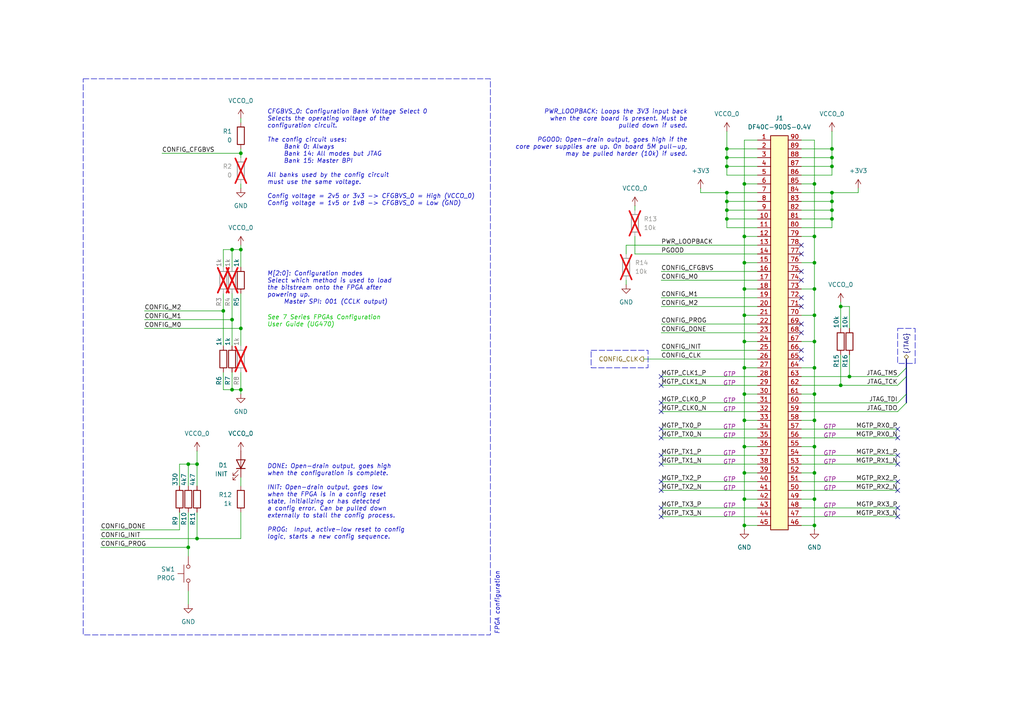
<source format=kicad_sch>
(kicad_sch (version 20250114) (generator "eeschema") (generator_version "9.0")
  (paper "A4")
  (title_block (title "nuku.carrier.template.basic") (date "2025-06-28") (rev "0") (company "Samuel López Asunción") (comment 1 "@supersmau"))
  (lib_symbols
    (symbol "Device:LED" (pin_numbers (hide yes)) (pin_names (offset 1.016) (hide yes))
      (property "Reference" "D" (at 0 2.54 0))
      (property "Value" "LED" (at 0 -2.54 0))
      (symbol "LED_0_1"
        (polyline (pts (xy -3.048 -0.762) (xy -4.572 -2.286) (xy -3.81 -2.286) (xy -4.572 -2.286) (xy -4.572 -1.524)))
        (polyline (pts (xy -1.778 -0.762) (xy -3.302 -2.286) (xy -2.54 -2.286) (xy -3.302 -2.286) (xy -3.302 -1.524)))
        (polyline (pts (xy -1.27 0) (xy 1.27 0)))
        (polyline (pts (xy -1.27 -1.27) (xy -1.27 1.27)) (stroke (width 0.254)))
        (polyline (pts (xy 1.27 -1.27) (xy 1.27 1.27) (xy -1.27 0) (xy 1.27 -1.27)) (stroke (width 0.254)))
      )
      (symbol "LED_1_1"
        (pin passive line (at -3.81 0 0) (length 2.54) (name "K") (number "1"))
        (pin passive line (at 3.81 0 180) (length 2.54) (name "A") (number "2"))
      )
    )
    (symbol "Device:R" (pin_numbers (hide yes)) (pin_names (offset 0))
      (property "Reference" "R" (at 2.032 0 90))
      (property "Value" "R" (at 0 0 90))
      (symbol "R_0_1"
        (rectangle (start -1.016 -2.54) (end 1.016 2.54) (stroke (width 0.254)))
      )
      (symbol "R_1_1"
        (pin passive line (at 0 3.81 270) (length 1.27) (name "~") (number "1"))
        (pin passive line (at 0 -3.81 90) (length 1.27) (name "~") (number "2"))
      )
    )
    (symbol "Switch:SW_Push" (pin_numbers (hide yes)) (pin_names (offset 1.016) (hide yes))
      (property "Reference" "SW" (at 1.27 2.54 0))
      (property "Value" "SW_Push" (at 0 -1.524 0))
      (symbol "SW_Push_0_1"
        (circle (center -2.032 0) (radius 0.508))
        (polyline (pts (xy 0 1.27) (xy 0 3.048)))
        (circle (center 2.032 0) (radius 0.508))
        (polyline (pts (xy 2.54 1.27) (xy -2.54 1.27)))
        (pin passive line (at -5.08 0 0) (length 2.54) (name "1") (number "1"))
        (pin passive line (at 5.08 0 180) (length 2.54) (name "2") (number "2"))
      )
    )
    (symbol "nuku:DF40C-90DS-0.4V"
      (property "Reference" "J" (at 0 3.81 0))
      (property "Value" "DF40C-90DS-0.4V" (at 0 1.27 0))
      (symbol "DF40C-90DS-0.4V_0_1"
        (rectangle (start 0 0) (end 5.08 -114.3) (stroke (width 0.254)) (fill (type background)))
      )
      (symbol "DF40C-90DS-0.4V_1_1"
        (pin passive line (at -3.81 -1.27 0) (length 3.81) (name "") (number "1"))
        (pin passive line (at -3.81 -3.81 0) (length 3.81) (name "") (number "2"))
        (pin passive line (at -3.81 -6.35 0) (length 3.81) (name "") (number "3"))
        (pin passive line (at -3.81 -8.89 0) (length 3.81) (name "") (number "4"))
        (pin passive line (at -3.81 -11.43 0) (length 3.81) (name "") (number "5"))
        (pin passive line (at -3.81 -13.97 0) (length 3.81) (name "") (number "6"))
        (pin passive line (at -3.81 -16.51 0) (length 3.81) (name "") (number "7"))
        (pin passive line (at -3.81 -19.05 0) (length 3.81) (name "") (number "8"))
        (pin passive line (at -3.81 -21.59 0) (length 3.81) (name "") (number "9"))
        (pin passive line (at -3.81 -24.13 0) (length 3.81) (name "") (number "10"))
        (pin passive line (at -3.81 -26.67 0) (length 3.81) (name "") (number "11"))
        (pin passive line (at -3.81 -29.21 0) (length 3.81) (name "") (number "12"))
        (pin passive line (at -3.81 -31.75 0) (length 3.81) (name "") (number "13"))
        (pin passive line (at -3.81 -34.29 0) (length 3.81) (name "") (number "14"))
        (pin passive line (at -3.81 -36.83 0) (length 3.81) (name "") (number "15"))
        (pin passive line (at -3.81 -39.37 0) (length 3.81) (name "") (number "16"))
        (pin passive line (at -3.81 -41.91 0) (length 3.81) (name "") (number "17"))
        (pin passive line (at -3.81 -44.45 0) (length 3.81) (name "") (number "18"))
        (pin passive line (at -3.81 -46.99 0) (length 3.81) (name "") (number "19"))
        (pin passive line (at -3.81 -49.53 0) (length 3.81) (name "") (number "20"))
        (pin passive line (at -3.81 -52.07 0) (length 3.81) (name "") (number "21"))
        (pin passive line (at -3.81 -54.61 0) (length 3.81) (name "") (number "22"))
        (pin passive line (at -3.81 -57.15 0) (length 3.81) (name "") (number "23"))
        (pin passive line (at -3.81 -59.69 0) (length 3.81) (name "") (number "24"))
        (pin passive line (at -3.81 -62.23 0) (length 3.81) (name "") (number "25"))
        (pin passive line (at -3.81 -64.77 0) (length 3.81) (name "") (number "26"))
        (pin passive line (at -3.81 -67.31 0) (length 3.81) (name "") (number "27"))
        (pin passive line (at -3.81 -69.85 0) (length 3.81) (name "") (number "28"))
        (pin passive line (at -3.81 -72.39 0) (length 3.81) (name "") (number "29"))
        (pin passive line (at -3.81 -74.93 0) (length 3.81) (name "") (number "30"))
        (pin passive line (at -3.81 -77.47 0) (length 3.81) (name "") (number "31"))
        (pin passive line (at -3.81 -80.01 0) (length 3.81) (name "") (number "32"))
        (pin passive line (at -3.81 -82.55 0) (length 3.81) (name "") (number "33"))
        (pin passive line (at -3.81 -85.09 0) (length 3.81) (name "") (number "34"))
        (pin passive line (at -3.81 -87.63 0) (length 3.81) (name "") (number "35"))
        (pin passive line (at -3.81 -90.17 0) (length 3.81) (name "") (number "36"))
        (pin passive line (at -3.81 -92.71 0) (length 3.81) (name "") (number "37"))
        (pin passive line (at -3.81 -95.25 0) (length 3.81) (name "") (number "38"))
        (pin passive line (at -3.81 -97.79 0) (length 3.81) (name "") (number "39"))
        (pin passive line (at -3.81 -100.33 0) (length 3.81) (name "") (number "40"))
        (pin passive line (at -3.81 -102.87 0) (length 3.81) (name "") (number "41"))
        (pin passive line (at -3.81 -105.41 0) (length 3.81) (name "") (number "42"))
        (pin passive line (at -3.81 -107.95 0) (length 3.81) (name "") (number "43"))
        (pin passive line (at -3.81 -110.49 0) (length 3.81) (name "") (number "44"))
        (pin passive line (at -3.81 -113.03 0) (length 3.81) (name "") (number "45"))
        (pin passive line (at 8.89 -1.27 180) (length 3.81) (name "") (number "90"))
        (pin passive line (at 8.89 -3.81 180) (length 3.81) (name "") (number "89"))
        (pin passive line (at 8.89 -6.35 180) (length 3.81) (name "") (number "88"))
        (pin passive line (at 8.89 -8.89 180) (length 3.81) (name "") (number "87"))
        (pin passive line (at 8.89 -11.43 180) (length 3.81) (name "") (number "86"))
        (pin passive line (at 8.89 -13.97 180) (length 3.81) (name "") (number "85"))
        (pin passive line (at 8.89 -16.51 180) (length 3.81) (name "") (number "84"))
        (pin passive line (at 8.89 -19.05 180) (length 3.81) (name "") (number "83"))
        (pin passive line (at 8.89 -21.59 180) (length 3.81) (name "") (number "82"))
        (pin passive line (at 8.89 -24.13 180) (length 3.81) (name "") (number "81"))
        (pin passive line (at 8.89 -26.67 180) (length 3.81) (name "") (number "80"))
        (pin passive line (at 8.89 -29.21 180) (length 3.81) (name "") (number "79"))
        (pin passive line (at 8.89 -31.75 180) (length 3.81) (name "") (number "78"))
        (pin passive line (at 8.89 -34.29 180) (length 3.81) (name "") (number "77"))
        (pin passive line (at 8.89 -36.83 180) (length 3.81) (name "") (number "76"))
        (pin passive line (at 8.89 -39.37 180) (length 3.81) (name "") (number "75"))
        (pin passive line (at 8.89 -41.91 180) (length 3.81) (name "") (number "74"))
        (pin passive line (at 8.89 -44.45 180) (length 3.81) (name "") (number "73"))
        (pin passive line (at 8.89 -46.99 180) (length 3.81) (name "") (number "72"))
        (pin passive line (at 8.89 -49.53 180) (length 3.81) (name "") (number "71"))
        (pin passive line (at 8.89 -52.07 180) (length 3.81) (name "") (number "70"))
        (pin passive line (at 8.89 -54.61 180) (length 3.81) (name "") (number "69"))
        (pin passive line (at 8.89 -57.15 180) (length 3.81) (name "") (number "68"))
        (pin passive line (at 8.89 -59.69 180) (length 3.81) (name "") (number "67"))
        (pin passive line (at 8.89 -62.23 180) (length 3.81) (name "") (number "66"))
        (pin passive line (at 8.89 -64.77 180) (length 3.81) (name "") (number "65"))
        (pin passive line (at 8.89 -67.31 180) (length 3.81) (name "") (number "64"))
        (pin passive line (at 8.89 -69.85 180) (length 3.81) (name "") (number "63"))
        (pin passive line (at 8.89 -72.39 180) (length 3.81) (name "") (number "62"))
        (pin passive line (at 8.89 -74.93 180) (length 3.81) (name "") (number "61"))
        (pin passive line (at 8.89 -77.47 180) (length 3.81) (name "") (number "60"))
        (pin passive line (at 8.89 -80.01 180) (length 3.81) (name "") (number "59"))
        (pin passive line (at 8.89 -82.55 180) (length 3.81) (name "") (number "58"))
        (pin passive line (at 8.89 -85.09 180) (length 3.81) (name "") (number "57"))
        (pin passive line (at 8.89 -87.63 180) (length 3.81) (name "") (number "56"))
        (pin passive line (at 8.89 -90.17 180) (length 3.81) (name "") (number "55"))
        (pin passive line (at 8.89 -92.71 180) (length 3.81) (name "") (number "54"))
        (pin passive line (at 8.89 -95.25 180) (length 3.81) (name "") (number "53"))
        (pin passive line (at 8.89 -97.79 180) (length 3.81) (name "") (number "52"))
        (pin passive line (at 8.89 -100.33 180) (length 3.81) (name "") (number "51"))
        (pin passive line (at 8.89 -102.87 180) (length 3.81) (name "") (number "50"))
        (pin passive line (at 8.89 -105.41 180) (length 3.81) (name "") (number "49"))
        (pin passive line (at 8.89 -107.95 180) (length 3.81) (name "") (number "48"))
        (pin passive line (at 8.89 -110.49 180) (length 3.81) (name "") (number "47"))
        (pin passive line (at 8.89 -113.03 180) (length 3.81) (name "") (number "46"))
      )
    )
    (symbol "power:+3V3" (power) (pin_numbers (hide yes)) (pin_names (offset 0) (hide yes))
      (property "Value" "+3V3" (at 0 3.556 0))
      (symbol "+3V3_0_1"
        (polyline (pts (xy -0.762 1.27) (xy 0 2.54)))
        (polyline (pts (xy 0 2.54) (xy 0.762 1.27)))
        (polyline (pts (xy 0 0) (xy 0 2.54)))
      )
      (symbol "+3V3_1_1"
        (pin power_in line (at 0 0 90) (length 0) (name "~") (number "1"))
      )
    )
    (symbol "power:GND" (power) (pin_numbers (hide yes)) (pin_names (offset 0) (hide yes))
      (property "Value" "GND" (at 0 -3.81 0))
      (symbol "GND_0_1"
        (polyline (pts (xy 0 0) (xy 0 -1.27) (xy 1.27 -1.27) (xy 0 -2.54) (xy -1.27 -1.27) (xy 0 -1.27)))
      )
      (symbol "GND_1_1"
        (pin power_in line (at 0 0 270) (length 0) (name "~") (number "1"))
      )
    )
    (symbol "power:VCC" (power) (pin_numbers (hide yes)) (pin_names (offset 0) (hide yes))
      (property "Value" "VCC" (at 0 3.556 0))
      (symbol "VCC_0_1"
        (polyline (pts (xy -0.762 1.27) (xy 0 2.54)))
        (polyline (pts (xy 0 2.54) (xy 0.762 1.27)))
        (polyline (pts (xy 0 0) (xy 0 2.54)))
      )
      (symbol "VCC_1_1"
        (pin power_in line (at 0 0 90) (length 0) (name "~") (number "1"))
      )
    )
  )
  (rectangle (start 24.13 22.86) (end 142.24 184.15) (stroke (width 0) (type dash)))
  (rectangle (start 171.45 101.6) (end 187.96 106.68) (stroke (width 0) (type dash)))
  (rectangle (start 260.35 95.25) (end 265.43 105.41) (stroke (width 0) (type dash)))
  (text "M[2:0]: Configuration modes\nSelect which method is used to load\nthe bitstream onto the FPGA after\npowering up.\n	Master SPI: 001 (CCLK output)" (at 77.47 78.74 0) (effects (font (size 1.27 1.27) (italic yes)) (justify left top)))
  (text "FPGA configuration" (at 143.51 184.15 90) (effects (font (size 1.27 1.27) (italic yes)) (justify left top)))
  (text "See 7 Series FPGAs Configuration\nUser Guide (UG470)" (at 77.47 91.44 0) (effects (font (size 1.27 1.27) (italic yes)) (justify left top)))
  (text "DONE: Open-drain output, goes high\nwhen the configuration is complete.\n\nINIT: Open-drain output, goes low\nwhen the FPGA is in a config reset\nstate, initializing or has detected\na config error. Can be pulled down\nexternally to stall the config process.\n\nPROG:  Input, active-low reset to config\nlogic, starts a new config sequence." (at 77.47 134.62 0) (effects (font (size 1.27 1.27) (italic yes)) (justify left top)))
  (text "CFGBVS_0: Configuration Bank Voltage Select 0\nSelects the operating voltage of the\nconfiguration circuit.\n\nThe config circuit uses:\n	Bank 0: Always\n	Bank 14: All modes but JTAG\n	Bank 15: Master BPI\n\nAll banks used by the config circuit\nmust use the same voltage.\n\nConfig voltage = 2v5 or 3v3 -> CFGBVS_0 = High (VCCO_0)\nConfig voltage = 1v5 or 1v8 -> CFGBVS_0 = Low (GND)" (at 77.47 31.75 0) (effects (font (size 1.27 1.27) (italic yes)) (justify left top)))
  (text "PWR_LOOPBACK: Loops the 3V3 input back\nwhen the core board is present. Must be\npulled down if used.\n\nPGOOD: Open-drain output, goes high if the\ncore power supplies are up. On board 5M pull-up,\nmay be pulled harder (10k) if used." (at 199.39 31.75 0) (effects (font (size 1.27 1.27) (italic yes)) (justify right top)))
  (junction (at 210.82 58.42))
  (junction (at 215.9 83.82))
  (junction (at 67.31 113.03))
  (junction (at 210.82 63.5))
  (junction (at 236.22 137.16))
  (junction (at 236.22 129.54))
  (junction (at 215.9 137.16))
  (junction (at 215.9 121.92))
  (junction (at 54.61 134.62))
  (junction (at 236.22 83.82))
  (junction (at 215.9 106.68))
  (junction (at 236.22 53.34))
  (junction (at 236.22 152.4))
  (junction (at 241.3 63.5))
  (junction (at 236.22 144.78))
  (junction (at 236.22 121.92))
  (junction (at 210.82 60.96))
  (junction (at 210.82 48.26))
  (junction (at 215.9 114.3))
  (junction (at 215.9 152.4))
  (junction (at 57.15 134.62))
  (junction (at 69.85 95.25))
  (junction (at 236.22 76.2))
  (junction (at 241.3 58.42))
  (junction (at 241.3 60.96))
  (junction (at 210.82 43.18))
  (junction (at 215.9 76.2))
  (junction (at 236.22 91.44))
  (junction (at 215.9 99.06))
  (junction (at 69.85 113.03))
  (junction (at 69.85 72.39))
  (junction (at 236.22 106.68))
  (junction (at 215.9 91.44))
  (junction (at 241.3 43.18))
  (junction (at 236.22 99.06))
  (junction (at 64.77 90.17))
  (junction (at 210.82 45.72))
  (junction (at 241.3 48.26))
  (junction (at 236.22 114.3))
  (junction (at 215.9 68.58))
  (junction (at 243.84 111.76))
  (junction (at 67.31 72.39))
  (junction (at 215.9 53.34))
  (junction (at 69.85 44.45))
  (junction (at 215.9 129.54))
  (junction (at 57.15 156.21))
  (junction (at 236.22 68.58))
  (junction (at 210.82 55.88))
  (junction (at 246.38 109.22))
  (junction (at 54.61 158.75))
  (junction (at 67.31 92.71))
  (junction (at 241.3 55.88))
  (junction (at 215.9 144.78))
  (junction (at 241.3 45.72))
  (junction (at 243.84 88.9))
  (no_connect (at 191.77 124.46))
  (no_connect (at 260.35 142.24))
  (no_connect (at 232.41 71.12))
  (no_connect (at 191.77 134.62))
  (no_connect (at 191.77 111.76))
  (no_connect (at 232.41 73.66))
  (no_connect (at 232.41 81.28))
  (no_connect (at 191.77 132.08))
  (no_connect (at 260.35 127))
  (no_connect (at 232.41 93.98))
  (no_connect (at 260.35 139.7))
  (no_connect (at 232.41 101.6))
  (no_connect (at 260.35 132.08))
  (no_connect (at 191.77 147.32))
  (no_connect (at 260.35 149.86))
  (no_connect (at 191.77 149.86))
  (no_connect (at 191.77 127))
  (no_connect (at 232.41 104.14))
  (no_connect (at 191.77 142.24))
  (no_connect (at 191.77 139.7))
  (no_connect (at 191.77 109.22))
  (no_connect (at 232.41 96.52))
  (no_connect (at 260.35 124.46))
  (no_connect (at 191.77 116.84))
  (no_connect (at 232.41 78.74))
  (no_connect (at 260.35 147.32))
  (no_connect (at 232.41 88.9))
  (no_connect (at 191.77 119.38))
  (no_connect (at 260.35 134.62))
  (no_connect (at 232.41 86.36))
  (bus_entry (at 260.35 111.76) (size 2.54 -2.54))
  (bus_entry (at 260.35 109.22) (size 2.54 -2.54))
  (bus_entry (at 260.35 119.38) (size 2.54 -2.54))
  (bus_entry (at 260.35 116.84) (size 2.54 -2.54))
  (wire (pts (xy 210.82 58.42) (xy 210.82 60.96)))
  (wire (pts (xy 236.22 129.54) (xy 232.41 129.54)))
  (wire (pts (xy 219.71 50.8) (xy 210.82 50.8)))
  (wire (pts (xy 210.82 43.18) (xy 210.82 45.72)))
  (wire (pts (xy 210.82 63.5) (xy 210.82 66.04)))
  (wire (pts (xy 210.82 48.26) (xy 219.71 48.26)))
  (wire (pts (xy 215.9 53.34) (xy 215.9 40.64)))
  (wire (pts (xy 232.41 116.84) (xy 260.35 116.84)))
  (wire (pts (xy 232.41 48.26) (xy 241.3 48.26)))
  (wire (pts (xy 232.41 50.8) (xy 241.3 50.8)))
  (wire (pts (xy 232.41 111.76) (xy 243.84 111.76)))
  (wire (pts (xy 232.41 134.62) (xy 260.35 134.62)))
  (wire (pts (xy 191.77 81.28) (xy 219.71 81.28)))
  (wire (pts (xy 232.41 119.38) (xy 260.35 119.38)))
  (wire (pts (xy 191.77 124.46) (xy 219.71 124.46)))
  (wire (pts (xy 210.82 50.8) (xy 210.82 48.26)))
  (wire (pts (xy 52.07 153.67) (xy 29.21 153.67)))
  (wire (pts (xy 232.41 132.08) (xy 260.35 132.08)))
  (wire (pts (xy 232.41 127) (xy 260.35 127)))
  (wire (pts (xy 67.31 72.39) (xy 64.77 72.39)))
  (wire (pts (xy 69.85 95.25) (xy 69.85 100.33)))
  (wire (pts (xy 57.15 134.62) (xy 57.15 140.97)))
  (wire (pts (xy 236.22 106.68) (xy 236.22 114.3)))
  (wire (pts (xy 243.84 88.9) (xy 246.38 88.9)))
  (wire (pts (xy 241.3 58.42) (xy 241.3 55.88)))
  (wire (pts (xy 210.82 63.5) (xy 219.71 63.5)))
  (wire (pts (xy 232.41 66.04) (xy 241.3 66.04)))
  (wire (pts (xy 54.61 148.59) (xy 54.61 158.75)))
  (wire (pts (xy 203.2 54.61) (xy 203.2 55.88)))
  (wire (pts (xy 246.38 109.22) (xy 246.38 102.87)))
  (bus (pts (xy 262.89 104.14) (xy 262.89 106.68)))
  (wire (pts (xy 52.07 148.59) (xy 52.07 153.67)))
  (bus (pts (xy 262.89 114.3) (xy 262.89 116.84)))
  (wire (pts (xy 236.22 76.2) (xy 232.41 76.2)))
  (wire (pts (xy 241.3 60.96) (xy 241.3 58.42)))
  (wire (pts (xy 184.15 73.66) (xy 219.71 73.66)))
  (wire (pts (xy 236.22 137.16) (xy 236.22 144.78)))
  (wire (pts (xy 232.41 106.68) (xy 236.22 106.68)))
  (wire (pts (xy 191.77 93.98) (xy 219.71 93.98)))
  (wire (pts (xy 210.82 45.72) (xy 210.82 48.26)))
  (wire (pts (xy 236.22 121.92) (xy 236.22 129.54)))
  (wire (pts (xy 215.9 129.54) (xy 219.71 129.54)))
  (wire (pts (xy 215.9 68.58) (xy 219.71 68.58)))
  (wire (pts (xy 232.41 53.34) (xy 236.22 53.34)))
  (wire (pts (xy 54.61 158.75) (xy 54.61 161.29)))
  (wire (pts (xy 215.9 114.3) (xy 215.9 121.92)))
  (wire (pts (xy 191.77 127) (xy 219.71 127)))
  (wire (pts (xy 191.77 96.52) (xy 219.71 96.52)))
  (wire (pts (xy 191.77 132.08) (xy 219.71 132.08)))
  (wire (pts (xy 215.9 137.16) (xy 219.71 137.16)))
  (wire (pts (xy 67.31 113.03) (xy 69.85 113.03)))
  (wire (pts (xy 64.77 85.09) (xy 64.77 90.17)))
  (wire (pts (xy 54.61 171.45) (xy 54.61 175.26)))
  (wire (pts (xy 210.82 60.96) (xy 210.82 63.5)))
  (wire (pts (xy 191.77 139.7) (xy 219.71 139.7)))
  (bus (pts (xy 262.89 106.68) (xy 262.89 109.22)))
  (wire (pts (xy 232.41 63.5) (xy 241.3 63.5)))
  (wire (pts (xy 236.22 121.92) (xy 232.41 121.92)))
  (wire (pts (xy 67.31 92.71) (xy 67.31 100.33)))
  (wire (pts (xy 181.61 81.28) (xy 181.61 82.55)))
  (wire (pts (xy 241.3 45.72) (xy 241.3 48.26)))
  (wire (pts (xy 191.77 134.62) (xy 219.71 134.62)))
  (wire (pts (xy 69.85 43.18) (xy 69.85 44.45)))
  (wire (pts (xy 69.85 148.59) (xy 69.85 156.21)))
  (wire (pts (xy 41.91 95.25) (xy 69.85 95.25)))
  (wire (pts (xy 191.77 149.86) (xy 219.71 149.86)))
  (wire (pts (xy 191.77 109.22) (xy 219.71 109.22)))
  (wire (pts (xy 215.9 53.34) (xy 215.9 68.58)))
  (wire (pts (xy 215.9 121.92) (xy 219.71 121.92)))
  (wire (pts (xy 67.31 85.09) (xy 67.31 92.71)))
  (wire (pts (xy 67.31 107.95) (xy 67.31 113.03)))
  (wire (pts (xy 215.9 91.44) (xy 219.71 91.44)))
  (wire (pts (xy 236.22 68.58) (xy 232.41 68.58)))
  (wire (pts (xy 184.15 73.66) (xy 184.15 68.58)))
  (wire (pts (xy 191.77 86.36) (xy 219.71 86.36)))
  (wire (pts (xy 69.85 44.45) (xy 69.85 45.72)))
  (wire (pts (xy 246.38 109.22) (xy 260.35 109.22)))
  (wire (pts (xy 232.41 43.18) (xy 241.3 43.18)))
  (wire (pts (xy 215.9 106.68) (xy 215.9 114.3)))
  (wire (pts (xy 232.41 45.72) (xy 241.3 45.72)))
  (wire (pts (xy 191.77 147.32) (xy 219.71 147.32)))
  (wire (pts (xy 236.22 114.3) (xy 232.41 114.3)))
  (wire (pts (xy 243.84 111.76) (xy 260.35 111.76)))
  (wire (pts (xy 54.61 134.62) (xy 54.61 140.97)))
  (wire (pts (xy 215.9 152.4) (xy 219.71 152.4)))
  (wire (pts (xy 41.91 92.71) (xy 67.31 92.71)))
  (wire (pts (xy 184.15 59.69) (xy 184.15 60.96)))
  (wire (pts (xy 236.22 91.44) (xy 236.22 83.82)))
  (wire (pts (xy 243.84 88.9) (xy 243.84 95.25)))
  (wire (pts (xy 52.07 134.62) (xy 52.07 140.97)))
  (wire (pts (xy 186.69 104.14) (xy 219.71 104.14)))
  (wire (pts (xy 236.22 99.06) (xy 232.41 99.06)))
  (wire (pts (xy 236.22 99.06) (xy 236.22 91.44)))
  (wire (pts (xy 64.77 90.17) (xy 64.77 100.33)))
  (wire (pts (xy 210.82 60.96) (xy 219.71 60.96)))
  (wire (pts (xy 69.85 113.03) (xy 69.85 114.3)))
  (wire (pts (xy 191.77 78.74) (xy 219.71 78.74)))
  (wire (pts (xy 236.22 40.64) (xy 236.22 53.34)))
  (wire (pts (xy 57.15 134.62) (xy 54.61 134.62)))
  (wire (pts (xy 191.77 142.24) (xy 219.71 142.24)))
  (wire (pts (xy 54.61 134.62) (xy 52.07 134.62)))
  (wire (pts (xy 210.82 66.04) (xy 219.71 66.04)))
  (wire (pts (xy 215.9 144.78) (xy 215.9 152.4)))
  (wire (pts (xy 57.15 148.59) (xy 57.15 156.21)))
  (wire (pts (xy 219.71 106.68) (xy 215.9 106.68)))
  (wire (pts (xy 57.15 156.21) (xy 29.21 156.21)))
  (wire (pts (xy 64.77 107.95) (xy 64.77 113.03)))
  (wire (pts (xy 215.9 40.64) (xy 219.71 40.64)))
  (wire (pts (xy 232.41 58.42) (xy 241.3 58.42)))
  (wire (pts (xy 236.22 91.44) (xy 232.41 91.44)))
  (wire (pts (xy 69.85 34.29) (xy 69.85 35.56)))
  (wire (pts (xy 210.82 38.1) (xy 210.82 43.18)))
  (wire (pts (xy 46.99 44.45) (xy 69.85 44.45)))
  (wire (pts (xy 191.77 119.38) (xy 219.71 119.38)))
  (wire (pts (xy 232.41 139.7) (xy 260.35 139.7)))
  (wire (pts (xy 69.85 156.21) (xy 57.15 156.21)))
  (wire (pts (xy 181.61 71.12) (xy 219.71 71.12)))
  (wire (pts (xy 236.22 152.4) (xy 232.41 152.4)))
  (wire (pts (xy 215.9 121.92) (xy 215.9 129.54)))
  (wire (pts (xy 181.61 71.12) (xy 181.61 73.66)))
  (wire (pts (xy 69.85 85.09) (xy 69.85 95.25)))
  (wire (pts (xy 215.9 114.3) (xy 219.71 114.3)))
  (wire (pts (xy 210.82 43.18) (xy 219.71 43.18)))
  (wire (pts (xy 191.77 88.9) (xy 219.71 88.9)))
  (wire (pts (xy 67.31 113.03) (xy 64.77 113.03)))
  (wire (pts (xy 215.9 99.06) (xy 219.71 99.06)))
  (wire (pts (xy 236.22 53.34) (xy 236.22 68.58)))
  (wire (pts (xy 215.9 91.44) (xy 215.9 83.82)))
  (wire (pts (xy 210.82 58.42) (xy 219.71 58.42)))
  (wire (pts (xy 241.3 66.04) (xy 241.3 63.5)))
  (wire (pts (xy 243.84 111.76) (xy 243.84 102.87)))
  (wire (pts (xy 215.9 53.34) (xy 219.71 53.34)))
  (wire (pts (xy 232.41 109.22) (xy 246.38 109.22)))
  (wire (pts (xy 241.3 55.88) (xy 232.41 55.88)))
  (wire (pts (xy 215.9 99.06) (xy 215.9 91.44)))
  (wire (pts (xy 203.2 55.88) (xy 210.82 55.88)))
  (wire (pts (xy 57.15 130.81) (xy 57.15 134.62)))
  (wire (pts (xy 246.38 88.9) (xy 246.38 95.25)))
  (wire (pts (xy 241.3 55.88) (xy 248.92 55.88)))
  (wire (pts (xy 210.82 45.72) (xy 219.71 45.72)))
  (wire (pts (xy 69.85 72.39) (xy 67.31 72.39)))
  (wire (pts (xy 236.22 99.06) (xy 236.22 106.68)))
  (wire (pts (xy 236.22 83.82) (xy 236.22 76.2)))
  (wire (pts (xy 69.85 138.43) (xy 69.85 140.97)))
  (wire (pts (xy 241.3 38.1) (xy 241.3 43.18)))
  (wire (pts (xy 215.9 144.78) (xy 219.71 144.78)))
  (wire (pts (xy 243.84 87.63) (xy 243.84 88.9)))
  (bus (pts (xy 262.89 109.22) (xy 262.89 114.3)))
  (wire (pts (xy 236.22 144.78) (xy 236.22 152.4)))
  (wire (pts (xy 236.22 76.2) (xy 236.22 68.58)))
  (wire (pts (xy 215.9 152.4) (xy 215.9 153.67)))
  (wire (pts (xy 215.9 129.54) (xy 215.9 137.16)))
  (wire (pts (xy 248.92 55.88) (xy 248.92 54.61)))
  (wire (pts (xy 215.9 99.06) (xy 215.9 106.68)))
  (wire (pts (xy 232.41 142.24) (xy 260.35 142.24)))
  (wire (pts (xy 54.61 158.75) (xy 29.21 158.75)))
  (wire (pts (xy 41.91 90.17) (xy 64.77 90.17)))
  (wire (pts (xy 241.3 43.18) (xy 241.3 45.72)))
  (wire (pts (xy 236.22 129.54) (xy 236.22 137.16)))
  (wire (pts (xy 241.3 63.5) (xy 241.3 60.96)))
  (wire (pts (xy 232.41 60.96) (xy 241.3 60.96)))
  (wire (pts (xy 215.9 83.82) (xy 215.9 76.2)))
  (wire (pts (xy 241.3 50.8) (xy 241.3 48.26)))
  (wire (pts (xy 236.22 152.4) (xy 236.22 153.67)))
  (wire (pts (xy 67.31 72.39) (xy 67.31 77.47)))
  (wire (pts (xy 210.82 55.88) (xy 219.71 55.88)))
  (wire (pts (xy 232.41 124.46) (xy 260.35 124.46)))
  (wire (pts (xy 232.41 40.64) (xy 236.22 40.64)))
  (wire (pts (xy 215.9 83.82) (xy 219.71 83.82)))
  (wire (pts (xy 64.77 72.39) (xy 64.77 77.47)))
  (wire (pts (xy 69.85 71.12) (xy 69.85 72.39)))
  (wire (pts (xy 232.41 147.32) (xy 260.35 147.32)))
  (wire (pts (xy 191.77 101.6) (xy 219.71 101.6)))
  (wire (pts (xy 236.22 137.16) (xy 232.41 137.16)))
  (wire (pts (xy 236.22 83.82) (xy 232.41 83.82)))
  (wire (pts (xy 191.77 116.84) (xy 219.71 116.84)))
  (wire (pts (xy 69.85 107.95) (xy 69.85 113.03)))
  (wire (pts (xy 236.22 114.3) (xy 236.22 121.92)))
  (wire (pts (xy 69.85 72.39) (xy 69.85 77.47)))
  (wire (pts (xy 69.85 54.61) (xy 69.85 53.34)))
  (wire (pts (xy 232.41 144.78) (xy 236.22 144.78)))
  (wire (pts (xy 210.82 55.88) (xy 210.82 58.42)))
  (wire (pts (xy 215.9 76.2) (xy 219.71 76.2)))
  (wire (pts (xy 191.77 111.76) (xy 219.71 111.76)))
  (wire (pts (xy 215.9 137.16) (xy 215.9 144.78)))
  (wire (pts (xy 232.41 149.86) (xy 260.35 149.86)))
  (wire (pts (xy 215.9 76.2) (xy 215.9 68.58)))
  (label "MGTP_TX0_N" (at 191.77 127 0) (property "Netclass" "GTP" (at 213.36 127 0) (effects (font (italic yes)) (justify right bottom))))
  (label "MGTP_TX3_N" (at 191.77 149.86 0) (property "Netclass" "GTP" (at 213.36 149.86 0) (effects (font (italic yes)) (justify right bottom))))
  (label "CONFIG_M1" (at 41.91 92.71 0))
  (label "MGTP_RX1_P" (at 260.35 132.08 180) (property "Netclass" "GTP" (at 238.76 132.08 0) (effects (font (italic yes)) (justify left bottom))))
  (label "MGTP_RX0_N" (at 260.35 127 180) (property "Netclass" "GTP" (at 238.76 127 0) (effects (font (italic yes)) (justify left bottom))))
  (label "CONFIG_M0" (at 41.91 95.25 0))
  (label "CONFIG_CLK" (at 191.77 104.14 0))
  (label "MGTP_TX2_P" (at 191.77 139.7 0) (property "Netclass" "GTP" (at 213.36 139.7 0) (effects (font (italic yes)) (justify right bottom))))
  (label "CONFIG_INIT" (at 29.21 156.21 0))
  (label "MGTP_RX1_N" (at 260.35 134.62 180) (property "Netclass" "GTP" (at 238.76 134.62 0) (effects (font (italic yes)) (justify left bottom))))
  (label "CONFIG_M0" (at 191.77 81.28 0))
  (label "JTAG_TDI" (at 260.35 116.84 180))
  (label "MGTP_CLK1_P" (at 191.77 109.22 0) (property "Netclass" "GTP" (at 213.36 109.22 0) (effects (font (italic yes)) (justify right bottom))))
  (label "CONFIG_CFGBVS" (at 191.77 78.74 0))
  (label "CONFIG_M1" (at 191.77 86.36 0))
  (label "JTAG_TDO" (at 260.35 119.38 180))
  (label "CONFIG_PROG" (at 29.21 158.75 0))
  (label "MGTP_RX3_P" (at 260.35 147.32 180) (property "Netclass" "GTP" (at 238.76 147.32 0) (effects (font (italic yes)) (justify left bottom))))
  (label "CONFIG_CFGBVS" (at 46.99 44.45 0))
  (label "CONFIG_DONE" (at 29.21 153.67 0))
  (label "MGTP_RX0_P" (at 260.35 124.46 180) (property "Netclass" "GTP" (at 238.76 124.46 0) (effects (font (italic yes)) (justify left bottom))))
  (label "PGOOD" (at 191.77 73.66 0))
  (label "MGTP_TX2_N" (at 191.77 142.24 0) (property "Netclass" "GTP" (at 213.36 142.24 0) (effects (font (italic yes)) (justify right bottom))))
  (label "CONFIG_INIT" (at 191.77 101.6 0))
  (label "JTAG_TMS" (at 260.35 109.22 180))
  (label "MGTP_CLK0_N" (at 191.77 119.38 0) (property "Netclass" "GTP" (at 213.36 119.38 0) (effects (font (italic yes)) (justify right bottom))))
  (label "MGTP_CLK0_P" (at 191.77 116.84 0) (property "Netclass" "GTP" (at 213.36 116.84 0) (effects (font (italic yes)) (justify right bottom))))
  (label "MGTP_TX1_N" (at 191.77 134.62 0) (property "Netclass" "GTP" (at 213.36 134.62 0) (effects (font (italic yes)) (justify right bottom))))
  (label "PWR_LOOPBACK" (at 191.77 71.12 0))
  (label "MGTP_TX0_P" (at 191.77 124.46 0) (property "Netclass" "GTP" (at 213.36 124.46 0) (effects (font (italic yes)) (justify right bottom))))
  (label "MGTP_TX1_P" (at 191.77 132.08 0) (property "Netclass" "GTP" (at 213.36 132.08 0) (effects (font (italic yes)) (justify right bottom))))
  (label "MGTP_TX3_P" (at 191.77 147.32 0) (property "Netclass" "GTP" (at 213.36 147.32 0) (effects (font (italic yes)) (justify right bottom))))
  (label "CONFIG_M2" (at 41.91 90.17 0))
  (label "MGTP_RX2_P" (at 260.35 139.7 180) (property "Netclass" "GTP" (at 238.76 139.7 0) (effects (font (italic yes)) (justify left bottom))))
  (label "JTAG_TCK" (at 260.35 111.76 180))
  (label "MGTP_RX3_N" (at 260.35 149.86 180) (property "Netclass" "GTP" (at 238.76 149.86 0) (effects (font (italic yes)) (justify left bottom))))
  (label "MGTP_CLK1_N" (at 191.77 111.76 0) (property "Netclass" "GTP" (at 213.36 111.76 0) (effects (font (italic yes)) (justify right bottom))))
  (label "CONFIG_DONE" (at 191.77 96.52 0))
  (label "MGTP_RX2_N" (at 260.35 142.24 180) (property "Netclass" "GTP" (at 238.76 142.24 0) (effects (font (italic yes)) (justify left bottom))))
  (label "CONFIG_M2" (at 191.77 88.9 0))
  (label "CONFIG_PROG" (at 191.77 93.98 0))
  (hierarchical_label "CONFIG_CLK" (shape output) (at 186.69 104.14 180))
  (hierarchical_label "{JTAG}" (shape bidirectional) (at 262.89 104.14 90))
  (symbol (lib_id "power:VCC") (at 241.3 38.1 0) (unit 1)
    (property "Reference" "#PWR0110" (effects (hide yes)))
    (property "Value" "VCCO_0" (at 241.3 33.02 0))
    (property "Description" "Power symbol creates a global label with name \"VCC\"" (effects (hide yes)))
  )
  (symbol (lib_id "power:VCC") (at 69.85 34.29 0) (mirror y) (unit 1)
    (property "Reference" "#PWR0119" (effects (hide yes)))
    (property "Value" "VCCO_0" (at 69.85 29.21 0))
    (property "Description" "Power symbol creates a global label with name \"VCC\"" (effects (hide yes)))
  )
  (symbol (lib_id "power:VCC") (at 210.82 38.1 0) (unit 1)
    (property "Reference" "#PWR0111" (effects (hide yes)))
    (property "Value" "VCCO_0" (at 210.82 33.02 0))
    (property "Description" "Power symbol creates a global label with name \"VCC\"" (effects (hide yes)))
  )
  (symbol (lib_id "Device:R") (at 181.61 77.47 180) (unit 1) (in_bom no) (on_board no) (dnp yes)
    (property "Reference" "R14" (at 184.15 76.1999 0) (effects (justify right)))
    (property "Value" "10k" (at 184.15 78.7399 0) (effects (justify right)))
    (property "Footprint" "Resistor_SMD:R_0402_1005Metric" (effects (hide yes)))
    (property "Description" "Resistor" (effects (hide yes)))
    (property "LCSC" "C25744" (effects (hide yes)))
  )
  (symbol (lib_id "Device:R") (at 69.85 49.53 0) (unit 1) (in_bom no) (on_board no) (dnp yes)
    (property "Reference" "R2" (at 67.31 48.2599 0) (effects (justify right)))
    (property "Value" "0" (at 67.31 50.7999 0) (effects (justify right)))
    (property "Footprint" "Resistor_SMD:R_0402_1005Metric" (effects (hide yes)))
    (property "Description" "Resistor" (effects (hide yes)))
    (property "LCSC" "C17168" (effects (hide yes)))
  )
  (symbol (lib_id "Device:R") (at 246.38 99.06 180) (unit 1)
    (property "Reference" "R16" (at 245.11 106.68 90) (effects (justify right)))
    (property "Value" "10k" (at 245.11 95.25 90) (effects (justify right)))
    (property "Footprint" "Resistor_SMD:R_0402_1005Metric" (effects (hide yes)))
    (property "Description" "Resistor" (effects (hide yes)))
    (property "LCSC" "C25744" (effects (hide yes)))
  )
  (symbol (lib_id "power:GND") (at 181.61 82.55 0) (unit 1)
    (property "Reference" "#PWR0117" (effects (hide yes)))
    (property "Value" "GND" (at 181.61 87.63 0))
    (property "Description" "Power symbol creates a global label with name \"GND\" , ground" (effects (hide yes)))
  )
  (symbol (lib_id "Device:R") (at 69.85 144.78 0) (mirror x) (unit 1)
    (property "Reference" "R12" (at 67.31 143.5099 0) (effects (justify right)))
    (property "Value" "1k" (at 67.31 146.0499 0) (effects (justify right)))
    (property "Footprint" "Resistor_SMD:R_0402_1005Metric" (effects (hide yes)))
    (property "Description" "Resistor" (effects (hide yes)))
    (property "LCSC" "C11702" (effects (hide yes)))
  )
  (symbol (lib_id "Device:R") (at 64.77 104.14 180) (unit 1)
    (property "Reference" "R6" (at 63.5 111.76 90) (effects (justify right)))
    (property "Value" "1k" (at 63.5 100.33 90) (effects (justify right)))
    (property "Footprint" "Resistor_SMD:R_0402_1005Metric" (effects (hide yes)))
    (property "Description" "Resistor" (effects (hide yes)))
    (property "LCSC" "C11702" (effects (hide yes)))
  )
  (symbol (lib_id "power:GND") (at 215.9 153.67 0) (unit 1)
    (property "Reference" "#PWR0108" (effects (hide yes)))
    (property "Value" "GND" (at 215.9 158.75 0))
    (property "Description" "Power symbol creates a global label with name \"GND\" , ground" (effects (hide yes)))
  )
  (symbol (lib_id "power:GND") (at 54.61 175.26 0) (unit 1)
    (property "Reference" "#PWR0121" (effects (hide yes)))
    (property "Value" "GND" (at 54.61 180.34 0))
    (property "Description" "Power symbol creates a global label with name \"GND\" , ground" (effects (hide yes)))
  )
  (symbol (lib_id "Device:R") (at 184.15 64.77 180) (unit 1) (in_bom no) (on_board no) (dnp yes)
    (property "Reference" "R13" (at 186.69 63.4999 0) (effects (justify right)))
    (property "Value" "10k" (at 186.69 66.0399 0) (effects (justify right)))
    (property "Footprint" "Resistor_SMD:R_0402_1005Metric" (effects (hide yes)))
    (property "Description" "Resistor" (effects (hide yes)))
    (property "LCSC" "C25744" (effects (hide yes)))
  )
  (symbol (lib_id "Device:R") (at 57.15 144.78 180) (unit 1)
    (property "Reference" "R11" (at 55.88 152.4 90) (effects (justify right)))
    (property "Value" "4k7" (at 55.88 140.97 90) (effects (justify right)))
    (property "Footprint" "Resistor_SMD:R_0402_1005Metric" (effects (hide yes)))
    (property "Description" "Resistor" (effects (hide yes)))
    (property "LCSC" "C25900" (effects (hide yes)))
  )
  (symbol (lib_id "power:+3V3") (at 69.85 130.81 0) (mirror y) (unit 1)
    (property "Reference" "#PWR0113" (effects (hide yes)))
    (property "Value" "VCCO_0" (at 69.85 125.73 0))
    (property "Description" "Power symbol creates a global label with name \"+3V3\"" (effects (hide yes)))
  )
  (symbol (lib_id "Device:R") (at 52.07 144.78 180) (unit 1)
    (property "Reference" "R9" (at 50.8 152.4 90) (effects (justify right)))
    (property "Value" "330" (at 50.8 140.97 90) (effects (justify right)))
    (property "Footprint" "Resistor_SMD:R_0402_1005Metric" (effects (hide yes)))
    (property "Description" "Resistor" (effects (hide yes)))
    (property "LCSC" "C25104" (effects (hide yes)))
  )
  (symbol (lib_id "Switch:SW_Push") (at 54.61 166.37 90) (unit 1)
    (property "Reference" "SW1" (at 50.8 165.0999 90) (effects (justify left)))
    (property "Value" "PROG" (at 50.8 167.6399 90) (effects (justify left)))
    (property "Footprint" "nuku:TS-1088-AR02016" (effects (hide yes)))
    (property "Datasheet" "https://jlcpcb.com/api/file/downloadByFileSystemAccessId/8588886944068096000" (effects (hide yes)))
    (property "Description" "Without 50mA 4mm 100MΩ 100000 Times 12V 160gf 3mm 2mm Round Button Standing paste SPST SMD Tactile Switches ROHS" (effects (hide yes)))
    (property "LCSC" "C720477" (effects (hide yes)))
  )
  (symbol (lib_id "power:VCC") (at 243.84 87.63 0) (unit 1)
    (property "Reference" "#PWR0101" (effects (hide yes)))
    (property "Value" "VCCO_0" (at 243.84 82.55 0))
    (property "Description" "Power symbol creates a global label with name \"VCC\"" (effects (hide yes)))
  )
  (symbol (lib_id "Device:R") (at 69.85 81.28 180) (unit 1)
    (property "Reference" "R5" (at 68.58 88.9 90) (effects (justify right)))
    (property "Value" "1k" (at 68.58 77.47 90) (effects (justify right)))
    (property "Footprint" "Resistor_SMD:R_0402_1005Metric" (effects (hide yes)))
    (property "Description" "Resistor" (effects (hide yes)))
    (property "LCSC" "C11702" (effects (hide yes)))
  )
  (symbol (lib_id "Device:R") (at 64.77 81.28 180) (unit 1) (in_bom no) (dnp yes)
    (property "Reference" "R3" (at 63.5 88.9 90) (effects (justify right)))
    (property "Value" "1k" (at 63.5 77.47 90) (effects (justify right)))
    (property "Footprint" "Resistor_SMD:R_0402_1005Metric" (effects (hide yes)))
    (property "Description" "Resistor" (effects (hide yes)))
    (property "LCSC" "C11702" (effects (hide yes)))
  )
  (symbol (lib_id "Device:R") (at 54.61 144.78 180) (unit 1)
    (property "Reference" "R10" (at 53.34 152.4 90) (effects (justify right)))
    (property "Value" "4k7" (at 53.34 140.97 90) (effects (justify right)))
    (property "Footprint" "Resistor_SMD:R_0402_1005Metric" (effects (hide yes)))
    (property "Description" "Resistor" (effects (hide yes)))
    (property "LCSC" "C25900" (effects (hide yes)))
  )
  (symbol (lib_id "power:+3V3") (at 69.85 71.12 0) (unit 1)
    (property "Reference" "#PWR0115" (effects (hide yes)))
    (property "Value" "VCCO_0" (at 69.85 66.04 0))
    (property "Description" "Power symbol creates a global label with name \"+3V3\"" (effects (hide yes)))
  )
  (symbol (lib_id "Device:LED") (at 69.85 134.62 270) (mirror x) (unit 1)
    (property "Reference" "D1" (at 66.04 134.9374 90) (effects (justify right)))
    (property "Value" "INIT" (at 66.04 137.4774 90) (effects (justify right)))
    (property "Footprint" "LED_SMD:LED_0805_2012Metric" (effects (hide yes)))
    (property "Description" "Light emitting diode" (effects (hide yes)))
    (property "LCSC" "C2297" (effects (hide yes)))
    (property "Sim.Pins" "1=K 2=A" (effects (hide yes)))
  )
  (symbol (lib_id "nuku:DF40C-90DS-0.4V") (at 223.52 39.37 0) (unit 1)
    (property "Reference" "J1" (at 226.06 34.29 0))
    (property "Value" "DF40C-90DS-0.4V" (at 226.06 36.83 0))
    (property "Footprint" "nuku:DF40C-90DS-0.4V" (effects (hide yes)))
    (property "Datasheet" "https://www.lcsc.com/datasheet/lcsc_datasheet_2206011716_HRS-Hirose-DF40C-90DS-0-4V-51_C2911197.pdf" (effects (hide yes)))
    (property "LCSC" "C2911197" (effects (hide yes)))
  )
  (symbol (lib_id "power:GND") (at 69.85 54.61 0) (unit 1)
    (property "Reference" "#PWR0116" (effects (hide yes)))
    (property "Value" "GND" (at 69.85 59.69 0))
    (property "Description" "Power symbol creates a global label with name \"GND\" , ground" (effects (hide yes)))
  )
  (symbol (lib_id "power:VCC") (at 184.15 59.69 0) (unit 1)
    (property "Reference" "#PWR0118" (effects (hide yes)))
    (property "Value" "VCCO_0" (at 184.15 54.61 0))
    (property "Description" "Power symbol creates a global label with name \"VCC\"" (effects (hide yes)))
  )
  (symbol (lib_id "power:GND") (at 236.22 153.67 0) (mirror y) (unit 1)
    (property "Reference" "#PWR0107" (effects (hide yes)))
    (property "Value" "GND" (at 236.22 158.75 0))
    (property "Description" "Power symbol creates a global label with name \"GND\" , ground" (effects (hide yes)))
  )
  (symbol (lib_id "Device:R") (at 67.31 104.14 180) (unit 1)
    (property "Reference" "R7" (at 66.04 111.76 90) (effects (justify right)))
    (property "Value" "1k" (at 66.04 100.33 90) (effects (justify right)))
    (property "Footprint" "Resistor_SMD:R_0402_1005Metric" (effects (hide yes)))
    (property "Description" "Resistor" (effects (hide yes)))
    (property "LCSC" "C11702" (effects (hide yes)))
  )
  (symbol (lib_id "power:VCC") (at 57.15 130.81 0) (mirror y) (unit 1)
    (property "Reference" "#PWR0120" (effects (hide yes)))
    (property "Value" "VCCO_0" (at 57.15 125.73 0))
    (property "Description" "Power symbol creates a global label with name \"VCC\"" (effects (hide yes)))
  )
  (symbol (lib_id "Device:R") (at 67.31 81.28 180) (unit 1) (in_bom no) (dnp yes)
    (property "Reference" "R4" (at 66.04 88.9 90) (effects (justify right)))
    (property "Value" "1k" (at 66.04 77.47 90) (effects (justify right)))
    (property "Footprint" "Resistor_SMD:R_0402_1005Metric" (effects (hide yes)))
    (property "Description" "Resistor" (effects (hide yes)))
    (property "LCSC" "C11702" (effects (hide yes)))
  )
  (symbol (lib_id "power:GND") (at 69.85 114.3 0) (unit 1)
    (property "Reference" "#PWR0114" (effects (hide yes)))
    (property "Value" "GND" (at 69.85 119.38 0))
    (property "Description" "Power symbol creates a global label with name \"GND\" , ground" (effects (hide yes)))
  )
  (symbol (lib_id "power:+3V3") (at 203.2 54.61 0) (unit 1)
    (property "Reference" "#PWR0112" (effects (hide yes)))
    (property "Value" "+3V3" (at 203.2 49.53 0))
    (property "Description" "Power symbol creates a global label with name \"+3V3\"" (effects (hide yes)))
  )
  (symbol (lib_id "Device:R") (at 69.85 39.37 0) (unit 1)
    (property "Reference" "R1" (at 67.31 38.0999 0) (effects (justify right)))
    (property "Value" "0" (at 67.31 40.6399 0) (effects (justify right)))
    (property "Footprint" "Resistor_SMD:R_0402_1005Metric" (effects (hide yes)))
    (property "Description" "Resistor" (effects (hide yes)))
    (property "LCSC" "C17168" (effects (hide yes)))
  )
  (symbol (lib_id "power:+3V3") (at 248.92 54.61 0) (mirror y) (unit 1)
    (property "Reference" "#PWR0109" (effects (hide yes)))
    (property "Value" "+3V3" (at 248.92 49.53 0))
    (property "Description" "Power symbol creates a global label with name \"+3V3\"" (effects (hide yes)))
  )
  (symbol (lib_id "Device:R") (at 69.85 104.14 180) (unit 1) (in_bom no) (dnp yes)
    (property "Reference" "R8" (at 68.58 111.76 90) (effects (justify right)))
    (property "Value" "1k" (at 68.58 100.33 90) (effects (justify right)))
    (property "Footprint" "Resistor_SMD:R_0402_1005Metric" (effects (hide yes)))
    (property "Description" "Resistor" (effects (hide yes)))
    (property "LCSC" "C11702" (effects (hide yes)))
  )
  (symbol (lib_id "Device:R") (at 243.84 99.06 180) (unit 1)
    (property "Reference" "R15" (at 242.57 106.68 90) (effects (justify right)))
    (property "Value" "10k" (at 242.57 95.25 90) (effects (justify right)))
    (property "Footprint" "Resistor_SMD:R_0402_1005Metric" (effects (hide yes)))
    (property "Description" "Resistor" (effects (hide yes)))
    (property "LCSC" "C25744" (effects (hide yes)))
  )
)
</source>
